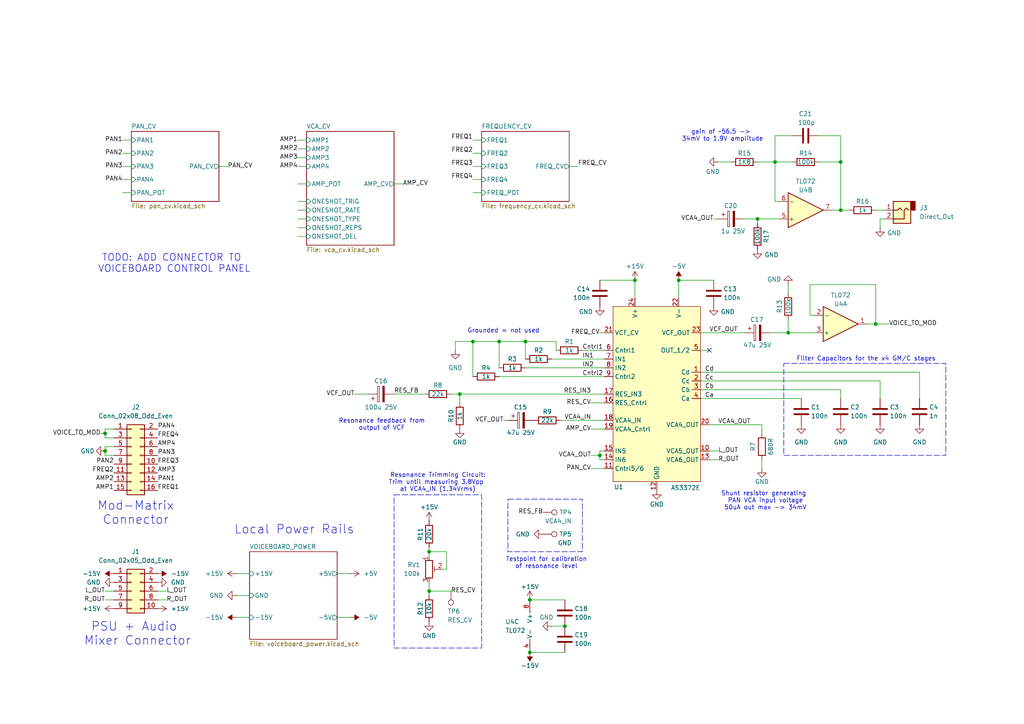
<source format=kicad_sch>
(kicad_sch (version 20231120) (generator "eeschema") (generator_version "8.0")
  (paper "A4")
  (title_block (title "Solstrejf Voiceboard") (date "2024-08-24") (rev "1.0"))
  (lib_symbols
    (symbol "Amplifier_Operational:TL072" (pin_names (offset 0.127))
      (property "Reference" "U" (at 0 5.08 0))
      (property "Value" "TL072" (at 0 -5.08 0))
      (symbol "TL072_1_1"
        (polyline (pts (xy -5.08 5.08) (xy 5.08 0) (xy -5.08 -5.08) (xy -5.08 5.08)) (stroke (width 0.254)) (fill (type background)))
        (pin output line (at 7.62 0 180) (length 2.54) (name "~") (number "1"))
        (pin input line (at -7.62 -2.54 0) (length 2.54) (name "-") (number "2"))
        (pin input line (at -7.62 2.54 0) (length 2.54) (name "+") (number "3"))
      )
      (symbol "TL072_2_1"
        (polyline (pts (xy -5.08 5.08) (xy 5.08 0) (xy -5.08 -5.08) (xy -5.08 5.08)) (stroke (width 0.254)) (fill (type background)))
        (pin input line (at -7.62 2.54 0) (length 2.54) (name "+") (number "5"))
        (pin input line (at -7.62 -2.54 0) (length 2.54) (name "-") (number "6"))
        (pin output line (at 7.62 0 180) (length 2.54) (name "~") (number "7"))
      )
      (symbol "TL072_3_1"
        (pin power_in line (at -2.54 -7.62 90) (length 3.81) (name "V-") (number "4"))
        (pin power_in line (at -2.54 7.62 270) (length 3.81) (name "V+") (number "8"))
      )
    )
    (symbol "Connector:TestPoint" (pin_numbers hide) (pin_names (offset 0.762) hide)
      (property "Reference" "TP" (at 0 6.858 0))
      (property "Value" "TestPoint" (at 0 5.08 0))
      (symbol "TestPoint_0_1"
        (circle (center 0 3.302) (radius 0.762))
      )
      (symbol "TestPoint_1_1"
        (pin passive line (at 0 0 90) (length 2.54) (name "1") (number "1"))
      )
    )
    (symbol "Connector_Audio:AudioJack2"
      (property "Reference" "J3" (at -5.08 -0.6351 0))
      (property "Value" "AudioJack2" (at -5.08 1.9049 0))
      (symbol "AudioJack2_0_1"
        (rectangle (start -3.81 0) (end -2.54 -2.54) (stroke (width 0.254)) (fill (type outline)))
        (rectangle (start -2.54 3.81) (end 2.54 -2.54) (stroke (width 0.254)) (fill (type background)))
        (polyline (pts (xy 0 0) (xy 0.635 -0.635) (xy 1.27 0) (xy 2.54 0)) (stroke (width 0.254)))
        (polyline (pts (xy 2.54 2.54) (xy -0.635 2.54) (xy -0.635 0) (xy -1.27 -0.635) (xy -1.905 0)) (stroke (width 0.254)))
      )
      (symbol "AudioJack2_1_1"
        (pin passive line (at 5.08 0 180) (length 2.54) (name "~") (number "1"))
        (pin passive line (at 5.08 2.54 180) (length 2.54) (name "~") (number "2"))
      )
    )
    (symbol "Connector_Generic:Conn_02x05_Odd_Even" (pin_names (offset 1.016) hide)
      (property "Reference" "J" (at 1.27 7.62 0))
      (property "Value" "Conn_02x05_Odd_Even" (at 1.27 -7.62 0))
      (symbol "Conn_02x05_Odd_Even_1_1"
        (rectangle (start -1.27 -4.953) (end 0 -5.207) (stroke (width 0.1524)))
        (rectangle (start -1.27 -2.413) (end 0 -2.667) (stroke (width 0.1524)))
        (rectangle (start -1.27 0.127) (end 0 -0.127) (stroke (width 0.1524)))
        (rectangle (start -1.27 2.667) (end 0 2.413) (stroke (width 0.1524)))
        (rectangle (start -1.27 5.207) (end 0 4.953) (stroke (width 0.1524)))
        (rectangle (start -1.27 6.35) (end 3.81 -6.35) (stroke (width 0.254)) (fill (type background)))
        (rectangle (start 3.81 -4.953) (end 2.54 -5.207) (stroke (width 0.1524)))
        (rectangle (start 3.81 -2.413) (end 2.54 -2.667) (stroke (width 0.1524)))
        (rectangle (start 3.81 0.127) (end 2.54 -0.127) (stroke (width 0.1524)))
        (rectangle (start 3.81 2.667) (end 2.54 2.413) (stroke (width 0.1524)))
        (rectangle (start 3.81 5.207) (end 2.54 4.953) (stroke (width 0.1524)))
        (pin passive line (at -5.08 5.08 0) (length 3.81) (name "Pin_1") (number "1"))
        (pin passive line (at 7.62 -5.08 180) (length 3.81) (name "Pin_10") (number "10"))
        (pin passive line (at 7.62 5.08 180) (length 3.81) (name "Pin_2") (number "2"))
        (pin passive line (at -5.08 2.54 0) (length 3.81) (name "Pin_3") (number "3"))
        (pin passive line (at 7.62 2.54 180) (length 3.81) (name "Pin_4") (number "4"))
        (pin passive line (at -5.08 0 0) (length 3.81) (name "Pin_5") (number "5"))
        (pin passive line (at 7.62 0 180) (length 3.81) (name "Pin_6") (number "6"))
        (pin passive line (at -5.08 -2.54 0) (length 3.81) (name "Pin_7") (number "7"))
        (pin passive line (at 7.62 -2.54 180) (length 3.81) (name "Pin_8") (number "8"))
        (pin passive line (at -5.08 -5.08 0) (length 3.81) (name "Pin_9") (number "9"))
      )
    )
    (symbol "Connector_Generic:Conn_02x08_Odd_Even" (pin_names (offset 1.016) hide)
      (property "Reference" "J" (at 1.27 10.16 0))
      (property "Value" "Conn_02x08_Odd_Even" (at 1.27 -12.7 0))
      (symbol "Conn_02x08_Odd_Even_1_1"
        (rectangle (start -1.27 -10.033) (end 0 -10.287) (stroke (width 0.1524)))
        (rectangle (start -1.27 -7.493) (end 0 -7.747) (stroke (width 0.1524)))
        (rectangle (start -1.27 -4.953) (end 0 -5.207) (stroke (width 0.1524)))
        (rectangle (start -1.27 -2.413) (end 0 -2.667) (stroke (width 0.1524)))
        (rectangle (start -1.27 0.127) (end 0 -0.127) (stroke (width 0.1524)))
        (rectangle (start -1.27 2.667) (end 0 2.413) (stroke (width 0.1524)))
        (rectangle (start -1.27 5.207) (end 0 4.953) (stroke (width 0.1524)))
        (rectangle (start -1.27 7.747) (end 0 7.493) (stroke (width 0.1524)))
        (rectangle (start -1.27 8.89) (end 3.81 -11.43) (stroke (width 0.254)) (fill (type background)))
        (rectangle (start 3.81 -10.033) (end 2.54 -10.287) (stroke (width 0.1524)))
        (rectangle (start 3.81 -7.493) (end 2.54 -7.747) (stroke (width 0.1524)))
        (rectangle (start 3.81 -4.953) (end 2.54 -5.207) (stroke (width 0.1524)))
        (rectangle (start 3.81 -2.413) (end 2.54 -2.667) (stroke (width 0.1524)))
        (rectangle (start 3.81 0.127) (end 2.54 -0.127) (stroke (width 0.1524)))
        (rectangle (start 3.81 2.667) (end 2.54 2.413) (stroke (width 0.1524)))
        (rectangle (start 3.81 5.207) (end 2.54 4.953) (stroke (width 0.1524)))
        (rectangle (start 3.81 7.747) (end 2.54 7.493) (stroke (width 0.1524)))
        (pin passive line (at -5.08 7.62 0) (length 3.81) (name "Pin_1") (number "1"))
        (pin passive line (at 7.62 -2.54 180) (length 3.81) (name "Pin_10") (number "10"))
        (pin passive line (at -5.08 -5.08 0) (length 3.81) (name "Pin_11") (number "11"))
        (pin passive line (at 7.62 -5.08 180) (length 3.81) (name "Pin_12") (number "12"))
        (pin passive line (at -5.08 -7.62 0) (length 3.81) (name "Pin_13") (number "13"))
        (pin passive line (at 7.62 -7.62 180) (length 3.81) (name "Pin_14") (number "14"))
        (pin passive line (at -5.08 -10.16 0) (length 3.81) (name "Pin_15") (number "15"))
        (pin passive line (at 7.62 -10.16 180) (length 3.81) (name "Pin_16") (number "16"))
        (pin passive line (at 7.62 7.62 180) (length 3.81) (name "Pin_2") (number "2"))
        (pin passive line (at -5.08 5.08 0) (length 3.81) (name "Pin_3") (number "3"))
        (pin passive line (at 7.62 5.08 180) (length 3.81) (name "Pin_4") (number "4"))
        (pin passive line (at -5.08 2.54 0) (length 3.81) (name "Pin_5") (number "5"))
        (pin passive line (at 7.62 2.54 180) (length 3.81) (name "Pin_6") (number "6"))
        (pin passive line (at -5.08 0 0) (length 3.81) (name "Pin_7") (number "7"))
        (pin passive line (at 7.62 0 180) (length 3.81) (name "Pin_8") (number "8"))
        (pin passive line (at -5.08 -2.54 0) (length 3.81) (name "Pin_9") (number "9"))
      )
    )
    (symbol "Device:C" (pin_numbers hide) (pin_names (offset 0.254))
      (property "Reference" "C" (at 0.635 2.54 0))
      (property "Value" "C" (at 0.635 -2.54 0))
      (symbol "C_0_1"
        (polyline (pts (xy -2.032 -0.762) (xy 2.032 -0.762)) (stroke (width 0.508)))
        (polyline (pts (xy -2.032 0.762) (xy 2.032 0.762)) (stroke (width 0.508)))
      )
      (symbol "C_1_1"
        (pin passive line (at 0 3.81 270) (length 2.794) (name "~") (number "1"))
        (pin passive line (at 0 -3.81 90) (length 2.794) (name "~") (number "2"))
      )
    )
    (symbol "Device:C_Polarized" (pin_numbers hide) (pin_names (offset 0.254))
      (property "Reference" "C" (at 0.635 2.54 0))
      (property "Value" "C_Polarized" (at 0.635 -2.54 0))
      (symbol "C_Polarized_0_1"
        (rectangle (start -2.286 0.508) (end 2.286 1.016))
        (polyline (pts (xy -1.778 2.286) (xy -0.762 2.286)))
        (polyline (pts (xy -1.27 2.794) (xy -1.27 1.778)))
        (rectangle (start 2.286 -0.508) (end -2.286 -1.016) (fill (type outline)))
      )
      (symbol "C_Polarized_1_1"
        (pin passive line (at 0 3.81 270) (length 2.794) (name "~") (number "1"))
        (pin passive line (at 0 -3.81 90) (length 2.794) (name "~") (number "2"))
      )
    )
    (symbol "Device:R" (pin_numbers hide) (pin_names (offset 0))
      (property "Reference" "R" (at 2.032 0 90))
      (property "Value" "R" (at 0 0 90))
      (symbol "R_0_1"
        (rectangle (start -1.016 -2.54) (end 1.016 2.54) (stroke (width 0.254)))
      )
      (symbol "R_1_1"
        (pin passive line (at 0 3.81 270) (length 1.27) (name "~") (number "1"))
        (pin passive line (at 0 -3.81 90) (length 1.27) (name "~") (number "2"))
      )
    )
    (symbol "Device:R_Potentiometer_Trim" (pin_names (offset 1.016) hide)
      (property "Reference" "RV" (at -4.445 0 90))
      (property "Value" "R_Potentiometer_Trim" (at -2.54 0 90))
      (symbol "R_Potentiometer_Trim_0_1"
        (polyline (pts (xy 1.524 0.762) (xy 1.524 -0.762)))
        (polyline (pts (xy 2.54 0) (xy 1.524 0)))
        (rectangle (start 1.016 2.54) (end -1.016 -2.54) (stroke (width 0.254)))
      )
      (symbol "R_Potentiometer_Trim_1_1"
        (pin passive line (at 0 3.81 270) (length 1.27) (name "1") (number "1"))
        (pin passive line (at 3.81 0 180) (length 1.27) (name "2") (number "2"))
        (pin passive line (at 0 -3.81 90) (length 1.27) (name "3") (number "3"))
      )
    )
    (symbol "Kromftronics_Custom:AS3372E"
      (property "Reference" "U" (at -12.446 -26.67 0))
      (property "Value" "AS3372E" (at 3.81 -26.67 0))
      (symbol "AS3372E_1_1"
        (rectangle (start -12.7 25.4) (end 12.7 -25.4) (fill (type background)))
        (pin passive line (at 12.7 6.35 180) (length 2.54) (name "Cd") (number "1"))
        (pin output line (at 15.24 -16.51 180) (length 2.54) (name "VCA5_OUT") (number "10"))
        (pin input line (at -15.24 -21.59 0) (length 2.54) (name "Cntrl5/6") (number "11"))
        (pin power_in line (at 0 -27.94 90) (length 2.54) (name "GND") (number "12"))
        (pin output line (at 15.24 -19.05 180) (length 2.54) (name "VCA6_OUT") (number "13"))
        (pin input line (at -15.24 -19.05 0) (length 2.54) (name "IN6") (number "14"))
        (pin input line (at -15.24 -16.51 0) (length 2.54) (name "IN5") (number "15"))
        (pin input line (at -15.24 -2.54 0) (length 2.54) (name "RES_Cntrl") (number "16"))
        (pin input line (at -15.24 0 0) (length 2.54) (name "RES_IN3") (number "17"))
        (pin input line (at -15.24 -7.62 0) (length 2.54) (name "VCA4_IN") (number "18"))
        (pin input line (at -15.24 -10.16 0) (length 2.54) (name "VCA4_Cntrl") (number "19"))
        (pin passive line (at 12.7 3.81 180) (length 2.54) (name "Cc") (number "2"))
        (pin output line (at 15.24 -8.89 180) (length 2.54) (name "VCA4_OUT") (number "20"))
        (pin input line (at -15.24 17.78 0) (length 2.54) (name "VCF_CV") (number "21"))
        (pin power_in line (at 6.35 27.94 270) (length 2.54) (name "V-") (number "22"))
        (pin output line (at 12.7 17.78 180) (length 2.54) (name "VCF_OUT") (number "23"))
        (pin power_in line (at -6.35 27.94 270) (length 2.54) (name "V+") (number "24"))
        (pin passive line (at 12.7 1.27 180) (length 2.54) (name "Cb") (number "3"))
        (pin passive line (at 12.7 -1.27 180) (length 2.54) (name "Ca") (number "4"))
        (pin output line (at 12.7 12.7 180) (length 2.54) (name "OUT_1/2") (number "5"))
        (pin input line (at -15.24 12.7 0) (length 2.54) (name "Cntrl1") (number "6"))
        (pin input line (at -15.24 10.16 0) (length 2.54) (name "IN1") (number "7"))
        (pin input line (at -15.24 7.62 0) (length 2.54) (name "IN2") (number "8"))
        (pin input line (at -15.24 5.08 0) (length 2.54) (name "Cntrl2") (number "9"))
      )
    )
    (symbol "power:+15V" (power) (pin_numbers hide) (pin_names (offset 0) hide)
      (property "Value" "+15V" (at 0 3.556 0))
      (symbol "+15V_0_1"
        (polyline (pts (xy -0.762 1.27) (xy 0 2.54)))
        (polyline (pts (xy 0 0) (xy 0 2.54)))
        (polyline (pts (xy 0 2.54) (xy 0.762 1.27)))
      )
      (symbol "+15V_1_1"
        (pin power_in line (at 0 0 90) (length 0) (name "~") (number "1"))
      )
    )
    (symbol "power:+5V" (power) (pin_numbers hide) (pin_names (offset 0) hide)
      (property "Value" "+5V" (at 0 3.556 0))
      (symbol "+5V_0_1"
        (polyline (pts (xy -0.762 1.27) (xy 0 2.54)))
        (polyline (pts (xy 0 0) (xy 0 2.54)))
        (polyline (pts (xy 0 2.54) (xy 0.762 1.27)))
      )
      (symbol "+5V_1_1"
        (pin power_in line (at 0 0 90) (length 0) (name "~") (number "1"))
      )
    )
    (symbol "power:-15V" (power) (pin_numbers hide) (pin_names (offset 0) hide)
      (property "Value" "-15V" (at 0 3.556 0))
      (symbol "-15V_0_0"
        (pin power_in line (at 0 0 90) (length 0) (name "~") (number "1"))
      )
      (symbol "-15V_0_1"
        (polyline (pts (xy 0 0) (xy 0 1.27) (xy 0.762 1.27) (xy 0 2.54) (xy -0.762 1.27) (xy 0 1.27)) (fill (type outline)))
      )
    )
    (symbol "power:-5V" (power) (pin_numbers hide) (pin_names (offset 0) hide)
      (property "Value" "-5V" (at 0 3.556 0))
      (symbol "-5V_0_0"
        (pin power_in line (at 0 0 90) (length 0) (name "~") (number "1"))
      )
      (symbol "-5V_0_1"
        (polyline (pts (xy 0 0) (xy 0 1.27) (xy 0.762 1.27) (xy 0 2.54) (xy -0.762 1.27) (xy 0 1.27)) (fill (type outline)))
      )
    )
    (symbol "power:GND" (power) (pin_numbers hide) (pin_names (offset 0) hide)
      (property "Value" "GND" (at 0 -3.81 0))
      (symbol "GND_0_1"
        (polyline (pts (xy 0 0) (xy 0 -1.27) (xy 1.27 -1.27) (xy 0 -2.54) (xy -1.27 -1.27) (xy 0 -1.27)))
      )
      (symbol "GND_1_1"
        (pin power_in line (at 0 0 270) (length 0) (name "~") (number "1"))
      )
    )
  )
  (junction (at 144.78 99.06))
  (junction (at 254 93.98))
  (junction (at 30.48 125.73))
  (junction (at 163.83 181.61))
  (junction (at 153.67 189.23))
  (junction (at 173.99 132.08))
  (junction (at 243.84 60.96))
  (junction (at 152.4 99.06))
  (junction (at 224.79 46.99))
  (junction (at 243.84 46.99))
  (junction (at 124.46 171.45))
  (junction (at 133.35 114.3))
  (junction (at 153.67 173.99))
  (junction (at 184.15 81.28))
  (junction (at 228.6 96.52))
  (junction (at 137.16 99.06))
  (junction (at 196.85 81.28))
  (junction (at 30.48 130.81))
  (junction (at 124.46 160.02))
  (junction (at 219.71 63.5))
  (no_connect (at 205.74 101.6))
  (wire (pts (xy 237.49 46.99) (xy 243.84 46.99)))
  (wire (pts (xy 63.5 48.26) (xy 66.04 48.26)))
  (wire (pts (xy 137.16 48.26) (xy 139.7 48.26)))
  (wire (pts (xy 137.16 40.64) (xy 139.7 40.64)))
  (wire (pts (xy 144.78 99.06) (xy 144.78 106.68)))
  (wire (pts (xy 137.16 109.22) (xy 137.16 99.06)))
  (wire (pts (xy 144.78 109.22) (xy 175.26 109.22)))
  (wire (pts (xy 124.46 158.75) (xy 124.46 160.02)))
  (wire (pts (xy 30.48 132.08) (xy 33.02 132.08)))
  (wire (pts (xy 173.99 81.28) (xy 184.15 81.28)))
  (wire (pts (xy 208.28 46.99) (xy 212.09 46.99)))
  (wire (pts (xy 86.36 66.04) (xy 88.9 66.04)))
  (wire (pts (xy 223.52 96.52) (xy 228.6 96.52)))
  (wire (pts (xy 237.49 39.37) (xy 243.84 39.37)))
  (wire (pts (xy 224.79 46.99) (xy 224.79 39.37)))
  (wire (pts (xy 220.98 133.35) (xy 220.98 135.89)))
  (wire (pts (xy 133.35 114.3) (xy 133.35 116.84)))
  (wire (pts (xy 45.72 173.99) (xy 48.26 173.99)))
  (wire (pts (xy 205.74 133.35) (xy 208.28 133.35)))
  (wire (pts (xy 243.84 39.37) (xy 243.84 46.99)))
  (wire (pts (xy 168.91 101.6) (xy 175.26 101.6)))
  (wire (pts (xy 153.67 173.99) (xy 163.83 173.99)))
  (wire (pts (xy 130.81 114.3) (xy 133.35 114.3)))
  (wire (pts (xy 137.16 99.06) (xy 144.78 99.06)))
  (wire (pts (xy 132.08 99.06) (xy 137.16 99.06)))
  (wire (pts (xy 30.48 173.99) (xy 33.02 173.99)))
  (wire (pts (xy 196.85 86.36) (xy 196.85 81.28)))
  (wire (pts (xy 243.84 46.99) (xy 243.84 60.96)))
  (wire (pts (xy 137.16 52.07) (xy 139.7 52.07)))
  (wire (pts (xy 114.3 114.3) (xy 123.19 114.3)))
  (wire (pts (xy 114.3 53.34) (xy 116.84 53.34)))
  (wire (pts (xy 243.84 113.03) (xy 243.84 115.57)))
  (wire (pts (xy 35.56 48.26) (xy 38.1 48.26)))
  (wire (pts (xy 203.2 107.95) (xy 266.7 107.95)))
  (wire (pts (xy 68.58 166.37) (xy 72.39 166.37)))
  (wire (pts (xy 173.99 132.08) (xy 173.99 133.35)))
  (wire (pts (xy 35.56 55.88) (xy 38.1 55.88)))
  (wire (pts (xy 254 93.98) (xy 251.46 93.98)))
  (wire (pts (xy 203.2 113.03) (xy 243.84 113.03)))
  (wire (pts (xy 219.71 46.99) (xy 224.79 46.99)))
  (wire (pts (xy 102.87 114.3) (xy 106.68 114.3)))
  (wire (pts (xy 45.72 171.45) (xy 48.26 171.45)))
  (wire (pts (xy 224.79 46.99) (xy 229.87 46.99)))
  (wire (pts (xy 129.54 165.1) (xy 129.54 160.02)))
  (wire (pts (xy 124.46 160.02) (xy 129.54 160.02)))
  (wire (pts (xy 137.16 55.88) (xy 139.7 55.88)))
  (wire (pts (xy 86.36 45.72) (xy 88.9 45.72)))
  (wire (pts (xy 86.36 40.64) (xy 88.9 40.64)))
  (wire (pts (xy 161.29 99.06) (xy 161.29 101.6)))
  (wire (pts (xy 234.95 82.55) (xy 254 82.55)))
  (wire (pts (xy 207.01 63.5) (xy 208.28 63.5)))
  (wire (pts (xy 146.05 121.92) (xy 147.32 121.92)))
  (wire (pts (xy 234.95 91.44) (xy 234.95 82.55)))
  (wire (pts (xy 175.26 130.81) (xy 173.99 130.81)))
  (wire (pts (xy 162.56 121.92) (xy 175.26 121.92)))
  (wire (pts (xy 86.36 43.18) (xy 88.9 43.18)))
  (wire (pts (xy 266.7 107.95) (xy 266.7 115.57)))
  (wire (pts (xy 160.02 104.14) (xy 175.26 104.14)))
  (wire (pts (xy 35.56 40.64) (xy 38.1 40.64)))
  (wire (pts (xy 173.99 133.35) (xy 175.26 133.35)))
  (wire (pts (xy 220.98 123.19) (xy 220.98 125.73)))
  (wire (pts (xy 30.48 129.54) (xy 30.48 130.81)))
  (wire (pts (xy 97.79 166.37) (xy 101.6 166.37)))
  (wire (pts (xy 171.45 124.46) (xy 175.26 124.46)))
  (wire (pts (xy 215.9 63.5) (xy 219.71 63.5)))
  (wire (pts (xy 86.36 58.42) (xy 88.9 58.42)))
  (wire (pts (xy 133.35 114.3) (xy 175.26 114.3)))
  (wire (pts (xy 33.02 124.46) (xy 30.48 124.46)))
  (wire (pts (xy 30.48 124.46) (xy 30.48 125.73)))
  (wire (pts (xy 68.58 172.72) (xy 72.39 172.72)))
  (wire (pts (xy 171.45 132.08) (xy 173.99 132.08)))
  (wire (pts (xy 86.36 53.34) (xy 88.9 53.34)))
  (wire (pts (xy 173.99 96.52) (xy 175.26 96.52)))
  (wire (pts (xy 256.54 63.5) (xy 255.27 63.5)))
  (wire (pts (xy 205.74 130.81) (xy 208.28 130.81)))
  (wire (pts (xy 153.67 189.23) (xy 163.83 189.23)))
  (wire (pts (xy 171.45 135.89) (xy 175.26 135.89)))
  (wire (pts (xy 254 60.96) (xy 256.54 60.96)))
  (wire (pts (xy 86.36 68.58) (xy 88.9 68.58)))
  (wire (pts (xy 86.36 60.96) (xy 88.9 60.96)))
  (wire (pts (xy 30.48 125.73) (xy 30.48 127)))
  (wire (pts (xy 132.08 101.6) (xy 132.08 99.06)))
  (wire (pts (xy 128.27 165.1) (xy 129.54 165.1)))
  (wire (pts (xy 173.99 130.81) (xy 173.99 132.08)))
  (wire (pts (xy 236.22 91.44) (xy 234.95 91.44)))
  (wire (pts (xy 124.46 168.91) (xy 124.46 171.45)))
  (wire (pts (xy 226.06 58.42) (xy 224.79 58.42)))
  (wire (pts (xy 228.6 96.52) (xy 236.22 96.52)))
  (wire (pts (xy 203.2 110.49) (xy 255.27 110.49)))
  (wire (pts (xy 137.16 44.45) (xy 139.7 44.45)))
  (wire (pts (xy 184.15 81.28) (xy 184.15 86.36)))
  (wire (pts (xy 30.48 127) (xy 33.02 127)))
  (wire (pts (xy 152.4 106.68) (xy 175.26 106.68)))
  (wire (pts (xy 30.48 171.45) (xy 33.02 171.45)))
  (wire (pts (xy 228.6 92.71) (xy 228.6 96.52)))
  (wire (pts (xy 219.71 63.5) (xy 226.06 63.5)))
  (wire (pts (xy 255.27 63.5) (xy 255.27 66.04)))
  (wire (pts (xy 124.46 160.02) (xy 124.46 161.29)))
  (wire (pts (xy 203.2 101.6) (xy 205.74 101.6)))
  (wire (pts (xy 124.46 171.45) (xy 130.81 171.45)))
  (wire (pts (xy 171.45 116.84) (xy 175.26 116.84)))
  (wire (pts (xy 33.02 129.54) (xy 30.48 129.54)))
  (wire (pts (xy 124.46 171.45) (xy 124.46 172.72)))
  (wire (pts (xy 86.36 48.26) (xy 88.9 48.26)))
  (wire (pts (xy 97.79 179.07) (xy 101.6 179.07)))
  (wire (pts (xy 243.84 60.96) (xy 246.38 60.96)))
  (wire (pts (xy 203.2 96.52) (xy 215.9 96.52)))
  (wire (pts (xy 165.1 48.26) (xy 167.64 48.26)))
  (wire (pts (xy 68.58 179.07) (xy 72.39 179.07)))
  (wire (pts (xy 224.79 39.37) (xy 229.87 39.37)))
  (wire (pts (xy 205.74 123.19) (xy 220.98 123.19)))
  (wire (pts (xy 203.2 115.57) (xy 232.41 115.57)))
  (wire (pts (xy 152.4 99.06) (xy 161.29 99.06)))
  (wire (pts (xy 254 93.98) (xy 257.81 93.98)))
  (wire (pts (xy 160.02 181.61) (xy 163.83 181.61)))
  (wire (pts (xy 224.79 46.99) (xy 224.79 58.42)))
  (wire (pts (xy 228.6 82.55) (xy 228.6 85.09)))
  (wire (pts (xy 29.21 125.73) (xy 30.48 125.73)))
  (wire (pts (xy 255.27 110.49) (xy 255.27 115.57)))
  (wire (pts (xy 219.71 63.5) (xy 219.71 64.77)))
  (wire (pts (xy 243.84 60.96) (xy 241.3 60.96)))
  (wire (pts (xy 30.48 130.81) (xy 30.48 132.08)))
  (wire (pts (xy 254 82.55) (xy 254 93.98)))
  (wire (pts (xy 86.36 63.5) (xy 88.9 63.5)))
  (wire (pts (xy 35.56 44.45) (xy 38.1 44.45)))
  (wire (pts (xy 35.56 52.07) (xy 38.1 52.07)))
  (wire (pts (xy 196.85 81.28) (xy 207.01 81.28)))
  (wire (pts (xy 144.78 99.06) (xy 152.4 99.06)))
  (wire (pts (xy 152.4 99.06) (xy 152.4 104.14)))
  (rectangle (start 147.32 144.78) (end 168.91 160.02) (stroke (width 0) (type dash)))
  (rectangle (start 114.3 143.51) (end 139.7 187.96) (stroke (width 0) (type dash)))
  (rectangle (start 227.33 105.41) (end 274.32 132.08) (stroke (width 0) (type dash)))
  (text "Resonance feedback from\noutput of VCF" (at 110.744 123.19 0) (effects (font (size 1.27 1.27))))
  (text "Shunt resistor generating \nPAN VCA input voltage\n50uA out max -> 34mV" (at 221.996 145.288 0) (effects (font (size 1.27 1.27))))
  (text "Grounded = not used" (at 146.05 96.012 0) (effects (font (size 1.27 1.27))))
  (text "gain of ~56.5 -> \n34mV to 1.9V amplitude" (at 209.55 39.37 0) (effects (font (size 1.27 1.27))))
  (text "Mod-Matrix\nConnector" (at 39.37 148.844 0) (effects (font (size 2.54 2.54))))
  (text "PSU + Audio \nMixer Connector" (at 39.878 183.896 0) (effects (font (size 2.54 2.54))))
  (text "Local Power Rails" (at 85.344 153.67 0) (effects (font (size 2.54 2.54))))
  (text "Testpoint for calibration\nof resonance level" (at 158.496 163.322 0) (effects (font (size 1.27 1.27))))
  (text "Filter Capacitors for the x4 GM/C stages" (at 251.206 104.14 0) (effects (font (size 1.27 1.27))))
  (text "Resonance Trimming Circuit:\nTrim until measuring 3.8Vpp \nat VCA4_IN (1.34Vrms)" (at 127 139.954 0) (effects (font (size 1.27 1.27))))
  (text "TODO: ADD CONNECTOR TO \nVOICEBOARD CONTROL PANEL" (at 50.546 76.454 0) (effects (font (size 2 2))))
  (label "PAN3" (at 45.72 132.08 0))
  (label "PAN3" (at 35.56 48.26 180))
  (label "PAN_CV" (at 66.04 48.26 0))
  (label "Cb" (at 204.47 113.03 0))
  (label "L_OUT" (at 208.28 130.81 0))
  (label "VCA4_OUT" (at 171.45 132.08 180))
  (label "Cd" (at 204.47 107.95 0))
  (label "IN2" (at 168.91 106.68 0))
  (label "FREQ3" (at 137.16 48.26 180))
  (label "AMP2" (at 33.02 139.7 180))
  (label "FREQ1" (at 137.16 40.64 180))
  (label "Ca" (at 204.47 115.57 0))
  (label "PAN2" (at 35.56 44.45 180))
  (label "AMP1" (at 33.02 142.24 180))
  (label "AMP2" (at 86.36 43.18 180))
  (label "IN1" (at 168.91 104.14 0))
  (label "R_OUT" (at 30.48 173.99 180))
  (label "VCA4_OUT" (at 207.01 63.5 180))
  (label "FREQ_CV" (at 173.99 96.52 180))
  (label "R_OUT" (at 48.26 173.99 0))
  (label "VCF_OUT" (at 146.05 121.92 180))
  (label "FREQ4" (at 45.72 127 0))
  (label "PAN1" (at 35.56 40.64 180))
  (label "AMP3" (at 86.36 45.72 180))
  (label "AMP1" (at 86.36 40.64 180))
  (label "L_OUT" (at 48.26 171.45 0))
  (label "FREQ4" (at 137.16 52.07 180))
  (label "AMP_CV" (at 171.45 124.46 180))
  (label "L_OUT" (at 30.48 171.45 180))
  (label "AMP3" (at 45.72 137.16 0))
  (label "RES_FB" (at 114.3 114.3 0))
  (label "FREQ2" (at 137.16 44.45 180))
  (label "R_OUT" (at 208.28 133.35 0))
  (label "VCA4_IN" (at 171.45 121.92 180))
  (label "FREQ_CV" (at 167.64 48.26 0))
  (label "FREQ1" (at 45.72 142.24 0))
  (label "RES_IN3" (at 171.45 114.3 180))
  (label "PAN2" (at 33.02 134.62 180))
  (label "RES_FB" (at 157.48 148.59 180))
  (label "Cntrl2" (at 168.91 109.22 0))
  (label "FREQ3" (at 45.72 134.62 0))
  (label "Cc" (at 204.47 110.49 0))
  (label "VOICE_TO_MOD" (at 257.81 93.98 0))
  (label "PAN1" (at 45.72 139.7 0))
  (label "AMP4" (at 45.72 129.54 0))
  (label "VCF_OUT" (at 102.87 114.3 180))
  (label "Cntrl1" (at 168.91 101.6 0))
  (label "FREQ2" (at 33.02 137.16 180))
  (label "RES_CV" (at 171.45 116.84 180))
  (label "PAN4" (at 45.72 124.46 0))
  (label "VOICE_TO_MOD" (at 29.21 125.73 180))
  (label "PAN4" (at 35.56 52.07 180))
  (label "VCF_OUT" (at 205.74 96.52 0))
  (label "RES_CV" (at 130.81 171.45 0))
  (label "VCA4_OUT" (at 208.28 123.19 0))
  (label "AMP4" (at 86.36 48.26 180))
  (label "AMP_CV" (at 116.84 53.34 0))
  (label "PAN_CV" (at 171.45 135.89 180))
  (symbol (lib_id "Device:R") (at 228.6 88.9 180) (unit 1)
    (property "Reference" "R13" (at 226.06 88.9 90))
    (property "Value" "100k" (at 228.6 88.9 90))
    (property "Footprint" "Resistor_THT:R_Axial_DIN0207_L6.3mm_D2.5mm_P10.16mm_Horizontal" (effects (hide yes)))
    (property "Description" "Resistor" (effects (hide yes)))
  )
  (symbol (lib_id "power:-5V") (at 101.6 179.07 270) (unit 1)
    (property "Reference" "#PWR012" (effects (hide yes)))
    (property "Value" "-5V" (at 105.41 179.0699 90) (effects (justify left)))
    (property "Description" "Power symbol creates a global label with name \"-5V\"" (effects (hide yes)))
  )
  (symbol (lib_id "Device:R") (at 250.19 60.96 90) (unit 1)
    (property "Reference" "R16" (at 250.19 58.42 90))
    (property "Value" "1k" (at 250.19 60.96 90))
    (property "Footprint" "Resistor_THT:R_Axial_DIN0207_L6.3mm_D2.5mm_P10.16mm_Horizontal" (effects (hide yes)))
    (property "Description" "Resistor" (effects (hide yes)))
  )
  (symbol (lib_id "power:GND") (at 30.48 130.81 270) (unit 1)
    (property "Reference" "#PWR028" (effects (hide yes)))
    (property "Value" "GND" (at 27.432 130.81 90) (effects (justify right)))
    (property "Description" "Power symbol creates a global label with name \"GND\" , ground" (effects (hide yes)))
  )
  (symbol (lib_id "Device:C") (at 173.99 85.09 0) (mirror y) (unit 1)
    (property "Reference" "C14" (at 171.196 83.82 0) (effects (justify left)))
    (property "Value" "100n" (at 171.196 86.36 0) (effects (justify left)))
    (property "Footprint" "Capacitor_THT:C_Disc_D5.0mm_W2.5mm_P5.00mm" (effects (hide yes)))
    (property "Description" "Unpolarized capacitor" (effects (hide yes)))
  )
  (symbol (lib_id "Device:R") (at 133.35 120.65 180) (unit 1)
    (property "Reference" "R10" (at 130.81 120.65 90))
    (property "Value" "1k" (at 133.35 120.65 90))
    (property "Footprint" "Resistor_THT:R_Axial_DIN0207_L6.3mm_D2.5mm_P10.16mm_Horizontal" (effects (hide yes)))
    (property "Description" "Resistor" (effects (hide yes)))
  )
  (symbol (lib_id "Device:R") (at 220.98 129.54 180) (unit 1)
    (property "Reference" "R7" (at 218.44 129.54 90))
    (property "Value" "680R" (at 223.52 129.54 90))
    (property "Footprint" "Resistor_THT:R_Axial_DIN0207_L6.3mm_D2.5mm_P10.16mm_Horizontal" (effects (hide yes)))
    (property "Description" "Resistor" (effects (hide yes)))
  )
  (symbol (lib_id "power:GND") (at 173.99 88.9 0) (mirror y) (unit 1)
    (property "Reference" "#PWR020" (effects (hide yes)))
    (property "Value" "GND" (at 169.926 90.424 0))
    (property "Description" "Power symbol creates a global label with name \"GND\" , ground" (effects (hide yes)))
  )
  (symbol (lib_id "power:GND") (at 243.84 123.19 0) (unit 1)
    (property "Reference" "#PWR03" (effects (hide yes)))
    (property "Value" "GND" (at 243.84 128.27 0))
    (property "Description" "Power symbol creates a global label with name \"GND\" , ground" (effects (hide yes)))
  )
  (symbol (lib_id "power:GND") (at 33.02 168.91 270) (unit 1)
    (property "Reference" "#PWR017" (effects (hide yes)))
    (property "Value" "GND" (at 29.21 168.9099 90) (effects (justify right)))
    (property "Description" "Power symbol creates a global label with name \"GND\" , ground" (effects (hide yes)))
  )
  (symbol (lib_id "power:-15V") (at 153.67 189.23 180) (unit 1)
    (property "Reference" "#PWR031" (effects (hide yes)))
    (property "Value" "-15V" (at 153.67 193.04 0))
    (property "Description" "Power symbol creates a global label with name \"-15V\"" (effects (hide yes)))
  )
  (symbol (lib_id "Device:R") (at 124.46 176.53 180) (unit 1)
    (property "Reference" "R12" (at 121.92 176.53 90))
    (property "Value" "10k" (at 124.46 176.53 90))
    (property "Footprint" "Resistor_THT:R_Axial_DIN0207_L6.3mm_D2.5mm_P10.16mm_Horizontal" (effects (hide yes)))
    (property "Description" "Resistor" (effects (hide yes)))
  )
  (symbol (lib_id "power:GND") (at 232.41 123.19 0) (unit 1)
    (property "Reference" "#PWR02" (effects (hide yes)))
    (property "Value" "GND" (at 232.41 128.27 0))
    (property "Description" "Power symbol creates a global label with name \"GND\" , ground" (effects (hide yes)))
  )
  (symbol (lib_id "power:GND") (at 255.27 123.19 0) (unit 1)
    (property "Reference" "#PWR04" (effects (hide yes)))
    (property "Value" "GND" (at 255.27 128.27 0))
    (property "Description" "Power symbol creates a global label with name \"GND\" , ground" (effects (hide yes)))
  )
  (symbol (lib_id "power:+15V") (at 68.58 166.37 90) (unit 1)
    (property "Reference" "#PWR09" (effects (hide yes)))
    (property "Value" "+15V" (at 64.77 166.3699 90) (effects (justify left)))
    (property "Description" "Power symbol creates a global label with name \"+15V\"" (effects (hide yes)))
  )
  (symbol (lib_id "Device:R") (at 148.59 106.68 90) (unit 1)
    (property "Reference" "R3" (at 148.59 104.14 90))
    (property "Value" "1k" (at 148.59 106.68 90))
    (property "Footprint" "Resistor_THT:R_Axial_DIN0207_L6.3mm_D2.5mm_P10.16mm_Horizontal" (effects (hide yes)))
    (property "Description" "Resistor" (effects (hide yes)))
  )
  (symbol (lib_id "Connector:TestPoint") (at 130.81 171.45 180) (unit 1)
    (property "Reference" "TP6" (at 129.794 177.292 0) (effects (justify right)))
    (property "Value" "RES_CV" (at 129.794 179.832 0) (effects (justify right)))
    (property "Footprint" "TestPoint:TestPoint_Loop_D2.50mm_Drill1.0mm" (effects (hide yes)))
    (property "Description" "test point" (effects (hide yes)))
  )
  (symbol (lib_id "Device:C") (at 207.01 85.09 0) (unit 1)
    (property "Reference" "C13" (at 209.804 83.82 0) (effects (justify left)))
    (property "Value" "100n" (at 209.804 86.36 0) (effects (justify left)))
    (property "Footprint" "Capacitor_THT:C_Disc_D5.0mm_W2.5mm_P5.00mm" (effects (hide yes)))
    (property "Description" "Unpolarized capacitor" (effects (hide yes)))
  )
  (symbol (lib_id "Amplifier_Operational:TL072") (at 156.21 181.61 0) (unit 3)
    (property "Reference" "U4" (at 146.558 180.34 0) (effects (justify left)))
    (property "Value" "TL072" (at 146.558 182.88 0) (effects (justify left)))
    (property "Footprint" "Package_DIP:DIP-8_W7.62mm_Socket" (effects (hide yes)))
    (property "Datasheet" "http://www.ti.com/lit/ds/symlink/tl071.pdf" (effects (hide yes)))
    (property "Description" "Dual Low-Noise JFET-Input Operational Amplifiers, DIP-8/SOIC-8" (effects (hide yes)))
  )
  (symbol (lib_id "Device:R") (at 124.46 154.94 180) (unit 1)
    (property "Reference" "R11" (at 121.92 154.94 90))
    (property "Value" "20k" (at 124.46 154.94 90))
    (property "Footprint" "Resistor_THT:R_Axial_DIN0207_L6.3mm_D2.5mm_P10.16mm_Horizontal" (effects (hide yes)))
    (property "Description" "Resistor" (effects (hide yes)))
  )
  (symbol (lib_id "Device:C") (at 255.27 119.38 0) (unit 1)
    (property "Reference" "C3" (at 258.064 118.11 0) (effects (justify left)))
    (property "Value" "100n" (at 258.064 120.65 0) (effects (justify left)))
    (property "Footprint" "Capacitor_THT:C_Disc_D5.0mm_W2.5mm_P5.00mm" (effects (hide yes)))
    (property "Description" "Unpolarized capacitor" (effects (hide yes)))
  )
  (symbol (lib_id "Connector_Generic:Conn_02x05_Odd_Even") (at 38.1 171.45 0) (unit 1)
    (property "Reference" "J1" (at 39.37 160.02 0))
    (property "Value" "Conn_02x05_Odd_Even" (at 39.37 162.56 0))
    (property "Footprint" "Connector_IDC:IDC-Header_2x05_P2.54mm_Vertical" (effects (hide yes)))
    (property "Description" "Generic connector, double row, 02x05, odd/even pin numbering scheme (row 1 odd numbers, row 2 even numbers), script generated (kicad-library-utils/schlib/autogen/connector/)" (effects (hide yes)))
  )
  (symbol (lib_id "power:-15V") (at 45.72 166.37 270) (unit 1)
    (property "Reference" "#PWR014" (effects (hide yes)))
    (property "Value" "-15V" (at 49.53 166.3699 90) (effects (justify left)))
    (property "Description" "Power symbol creates a global label with name \"-15V\"" (effects (hide yes)))
  )
  (symbol (lib_id "power:GND") (at 160.02 181.61 270) (unit 1)
    (property "Reference" "#PWR032" (effects (hide yes)))
    (property "Value" "GND" (at 160.528 179.07 90) (effects (justify right)))
    (property "Description" "Power symbol creates a global label with name \"GND\" , ground" (effects (hide yes)))
  )
  (symbol (lib_id "power:GND") (at 220.98 135.89 0) (unit 1)
    (property "Reference" "#PWR023" (effects (hide yes)))
    (property "Value" "GND" (at 220.98 139.7 0))
    (property "Description" "Power symbol creates a global label with name \"GND\" , ground" (effects (hide yes)))
  )
  (symbol (lib_id "power:GND") (at 207.01 88.9 0) (unit 1)
    (property "Reference" "#PWR019" (effects (hide yes)))
    (property "Value" "GND" (at 211.074 90.424 0))
    (property "Description" "Power symbol creates a global label with name \"GND\" , ground" (effects (hide yes)))
  )
  (symbol (lib_id "Device:R") (at 127 114.3 90) (unit 1)
    (property "Reference" "R8" (at 127 111.76 90))
    (property "Value" "22k" (at 127 114.3 90))
    (property "Footprint" "Resistor_THT:R_Axial_DIN0207_L6.3mm_D2.5mm_P10.16mm_Horizontal" (effects (hide yes)))
    (property "Description" "Resistor" (effects (hide yes)))
  )
  (symbol (lib_id "power:GND") (at 68.58 172.72 270) (unit 1)
    (property "Reference" "#PWR08" (effects (hide yes)))
    (property "Value" "GND" (at 64.77 172.7199 90) (effects (justify right)))
    (property "Description" "Power symbol creates a global label with name \"GND\" , ground" (effects (hide yes)))
  )
  (symbol (lib_id "Device:C") (at 163.83 185.42 0) (unit 1)
    (property "Reference" "C19" (at 166.624 184.15 0) (effects (justify left)))
    (property "Value" "100n" (at 166.624 186.69 0) (effects (justify left)))
    (property "Footprint" "Capacitor_THT:C_Disc_D5.0mm_W2.5mm_P5.00mm" (effects (hide yes)))
    (property "Description" "Unpolarized capacitor" (effects (hide yes)))
  )
  (symbol (lib_id "Device:C") (at 163.83 177.8 0) (unit 1)
    (property "Reference" "C18" (at 166.624 176.53 0) (effects (justify left)))
    (property "Value" "100n" (at 166.624 179.07 0) (effects (justify left)))
    (property "Footprint" "Capacitor_THT:C_Disc_D5.0mm_W2.5mm_P5.00mm" (effects (hide yes)))
    (property "Description" "Unpolarized capacitor" (effects (hide yes)))
  )
  (symbol (lib_id "power:GND") (at 132.08 101.6 0) (unit 1)
    (property "Reference" "#PWR06" (effects (hide yes)))
    (property "Value" "GND" (at 132.08 106.68 0))
    (property "Description" "Power symbol creates a global label with name \"GND\" , ground" (effects (hide yes)))
  )
  (symbol (lib_id "power:GND") (at 124.46 180.34 0) (unit 1)
    (property "Reference" "#PWR026" (effects (hide yes)))
    (property "Value" "GND" (at 124.46 184.404 0))
    (property "Description" "Power symbol creates a global label with name \"GND\" , ground" (effects (hide yes)))
  )
  (symbol (lib_id "Connector_Audio:AudioJack2") (at 261.62 60.96 180) (unit 1)
    (property "Reference" "J3" (at 266.7 60.3249 0) (effects (justify right)))
    (property "Value" "Direct_Out" (at 266.7 62.8649 0) (effects (justify right)))
    (property "Footprint" "Connector_PinHeader_2.54mm:PinHeader_1x02_P2.54mm_Vertical" (effects (hide yes)))
    (property "Description" "Audio Jack, 2 Poles (Mono / TS)" (effects (hide yes)))
  )
  (symbol (lib_id "power:GND") (at 228.6 82.55 180) (unit 1)
    (property "Reference" "#PWR029" (effects (hide yes)))
    (property "Value" "GND" (at 224.536 81.026 0))
    (property "Description" "Power symbol creates a global label with name \"GND\" , ground" (effects (hide yes)))
  )
  (symbol (lib_id "power:+15V") (at 33.02 176.53 90) (unit 1)
    (property "Reference" "#PWR015" (effects (hide yes)))
    (property "Value" "+15V" (at 29.21 176.5299 90) (effects (justify left)))
    (property "Description" "Power symbol creates a global label with name \"+15V\"" (effects (hide yes)))
  )
  (symbol (lib_id "Connector:TestPoint") (at 157.48 148.59 270) (unit 1)
    (property "Reference" "TP4" (at 165.862 148.59 90) (effects (justify right)))
    (property "Value" "VCA4_IN" (at 165.862 151.13 90) (effects (justify right)))
    (property "Footprint" "TestPoint:TestPoint_Loop_D2.50mm_Drill1.0mm" (effects (hide yes)))
    (property "Description" "test point" (effects (hide yes)))
  )
  (symbol (lib_id "Device:C_Polarized") (at 212.09 63.5 90) (mirror x) (unit 1)
    (property "Reference" "C20" (at 213.868 59.69 90) (effects (justify left)))
    (property "Value" "1u 25V" (at 216.154 67.056 90) (effects (justify left)))
    (property "Footprint" "Capacitor_THT:CP_Radial_D5.0mm_P2.50mm" (effects (hide yes)))
    (property "Description" "Polarized capacitor" (effects (hide yes)))
  )
  (symbol (lib_id "power:GND") (at 157.48 154.94 270) (unit 1)
    (property "Reference" "#PWR025" (effects (hide yes)))
    (property "Value" "GND" (at 153.67 154.9399 90) (effects (justify right)))
    (property "Description" "Power symbol creates a global label with name \"GND\" , ground" (effects (hide yes)))
  )
  (symbol (lib_id "Device:C_Polarized") (at 110.49 114.3 90) (unit 1)
    (property "Reference" "C16" (at 110.49 110.49 90))
    (property "Value" "100u 25V" (at 110.49 118.11 90))
    (property "Footprint" "Capacitor_THT:CP_Radial_D6.3mm_P2.50mm" (effects (hide yes)))
    (property "Description" "Polarized capacitor" (effects (hide yes)))
  )
  (symbol (lib_id "power:GND") (at 133.35 124.46 0) (unit 1)
    (property "Reference" "#PWR024" (effects (hide yes)))
    (property "Value" "GND" (at 133.35 128.27 0))
    (property "Description" "Power symbol creates a global label with name \"GND\" , ground" (effects (hide yes)))
  )
  (symbol (lib_id "Device:C_Polarized") (at 219.71 96.52 90) (mirror x) (unit 1)
    (property "Reference" "C17" (at 221.488 92.71 90) (effects (justify left)))
    (property "Value" "47u 25V" (at 223.774 100.076 90) (effects (justify left)))
    (property "Footprint" "Capacitor_THT:CP_Radial_D5.0mm_P2.50mm" (effects (hide yes)))
    (property "Description" "Polarized capacitor" (effects (hide yes)))
  )
  (symbol (lib_id "Amplifier_Operational:TL072") (at 233.68 60.96 0) (mirror x) (unit 2)
    (property "Reference" "U4" (at 233.68 55.118 0))
    (property "Value" "TL072" (at 233.68 52.578 0))
    (property "Footprint" "Package_DIP:DIP-8_W7.62mm_Socket" (effects (hide yes)))
    (property "Datasheet" "http://www.ti.com/lit/ds/symlink/tl071.pdf" (effects (hide yes)))
    (property "Description" "Dual Low-Noise JFET-Input Operational Amplifiers, DIP-8/SOIC-8" (effects (hide yes)))
  )
  (symbol (lib_id "power:GND") (at 219.71 72.39 0) (unit 1)
    (property "Reference" "#PWR035" (effects (hide yes)))
    (property "Value" "GND" (at 223.774 73.914 0))
    (property "Description" "Power symbol creates a global label with name \"GND\" , ground" (effects (hide yes)))
  )
  (symbol (lib_id "power:GND") (at 266.7 123.19 0) (unit 1)
    (property "Reference" "#PWR05" (effects (hide yes)))
    (property "Value" "GND" (at 266.7 128.27 0))
    (property "Description" "Power symbol creates a global label with name \"GND\" , ground" (effects (hide yes)))
  )
  (symbol (lib_id "power:+15V") (at 184.15 81.28 0) (unit 1)
    (property "Reference" "#PWR021" (effects (hide yes)))
    (property "Value" "+15V" (at 184.15 77.216 0))
    (property "Description" "Power symbol creates a global label with name \"+15V\"" (effects (hide yes)))
  )
  (symbol (lib_id "power:-15V") (at 68.58 179.07 90) (unit 1)
    (property "Reference" "#PWR010" (effects (hide yes)))
    (property "Value" "-15V" (at 64.77 179.0699 90) (effects (justify left)))
    (property "Description" "Power symbol creates a global label with name \"-15V\"" (effects (hide yes)))
  )
  (symbol (lib_id "Connector:TestPoint") (at 157.48 154.94 270) (unit 1)
    (property "Reference" "TP5" (at 165.862 154.94 90) (effects (justify right)))
    (property "Value" "GND" (at 165.862 157.48 90) (effects (justify right)))
    (property "Footprint" "TestPoint:TestPoint_Loop_D2.50mm_Drill1.0mm" (effects (hide yes)))
    (property "Description" "test point" (effects (hide yes)))
  )
  (symbol (lib_id "power:GND") (at 190.5 142.24 0) (unit 1)
    (property "Reference" "#PWR01" (effects (hide yes)))
    (property "Value" "GND" (at 190.5 146.304 0))
    (property "Description" "Power symbol creates a global label with name \"GND\" , ground" (effects (hide yes)))
  )
  (symbol (lib_id "Device:R") (at 233.68 46.99 90) (unit 1)
    (property "Reference" "R14" (at 233.68 44.45 90))
    (property "Value" "100k" (at 233.68 46.99 90))
    (property "Footprint" "Resistor_THT:R_Axial_DIN0207_L6.3mm_D2.5mm_P10.16mm_Horizontal" (effects (hide yes)))
    (property "Description" "Resistor" (effects (hide yes)))
  )
  (symbol (lib_id "Device:C") (at 233.68 39.37 90) (unit 1)
    (property "Reference" "C21" (at 231.648 33.02 90) (effects (justify right)))
    (property "Value" "100p" (at 231.394 35.56 90) (effects (justify right)))
    (property "Footprint" "Capacitor_THT:C_Disc_D5.0mm_W2.5mm_P5.00mm" (effects (hide yes)))
    (property "Description" "Unpolarized capacitor" (effects (hide yes)))
  )
  (symbol (lib_id "Device:R") (at 215.9 46.99 90) (unit 1)
    (property "Reference" "R15" (at 215.9 44.45 90))
    (property "Value" "1K8" (at 215.9 46.99 90))
    (property "Footprint" "Resistor_THT:R_Axial_DIN0207_L6.3mm_D2.5mm_P10.16mm_Horizontal" (effects (hide yes)))
    (property "Description" "Resistor" (effects (hide yes)))
  )
  (symbol (lib_id "Device:R") (at 158.75 121.92 90) (unit 1)
    (property "Reference" "R9" (at 158.75 119.38 90))
    (property "Value" "22k" (at 158.75 121.92 90))
    (property "Footprint" "Resistor_THT:R_Axial_DIN0207_L6.3mm_D2.5mm_P10.16mm_Horizontal" (effects (hide yes)))
    (property "Description" "Resistor" (effects (hide yes)))
  )
  (symbol (lib_id "Device:C_Polarized") (at 151.13 121.92 90) (mirror x) (unit 1)
    (property "Reference" "C15" (at 152.908 118.11 90) (effects (justify left)))
    (property "Value" "47u 25V" (at 155.194 125.476 90) (effects (justify left)))
    (property "Footprint" "Capacitor_THT:CP_Radial_D5.0mm_P2.50mm" (effects (hide yes)))
    (property "Description" "Polarized capacitor" (effects (hide yes)))
  )
  (symbol (lib_id "Device:R") (at 219.71 68.58 0) (unit 1)
    (property "Reference" "R17" (at 222.25 68.58 90))
    (property "Value" "100k" (at 219.71 68.58 90))
    (property "Footprint" "Resistor_THT:R_Axial_DIN0207_L6.3mm_D2.5mm_P10.16mm_Horizontal" (effects (hide yes)))
    (property "Description" "Resistor" (effects (hide yes)))
  )
  (symbol (lib_id "power:+15V") (at 153.67 173.99 0) (unit 1)
    (property "Reference" "#PWR030" (effects (hide yes)))
    (property "Value" "+15V" (at 153.67 170.18 0))
    (property "Description" "Power symbol creates a global label with name \"+15V\"" (effects (hide yes)))
  )
  (symbol (lib_id "power:-15V") (at 33.02 166.37 90) (unit 1)
    (property "Reference" "#PWR013" (effects (hide yes)))
    (property "Value" "-15V" (at 29.21 166.3699 90) (effects (justify left)))
    (property "Description" "Power symbol creates a global label with name \"-15V\"" (effects (hide yes)))
  )
  (symbol (lib_id "power:+15V") (at 45.72 176.53 270) (unit 1)
    (property "Reference" "#PWR016" (effects (hide yes)))
    (property "Value" "+15V" (at 49.53 176.5299 90) (effects (justify left)))
    (property "Description" "Power symbol creates a global label with name \"+15V\"" (effects (hide yes)))
  )
  (symbol (lib_id "Kromftronics_Custom:AS3372E") (at 190.5 114.3 0) (unit 1)
    (property "Reference" "U1" (at 178.054 141.224 0) (effects (justify left)))
    (property "Value" "AS3372E" (at 194.564 141.478 0) (effects (justify left)))
    (property "Footprint" "Package_DIP:DIP-24_W7.62mm_Socket" (effects (hide yes)))
    (property "Datasheet" "https://alfarzpp.lv/eng/sc/AS3372E.pdf" (effects (hide yes)))
    (property "Description" "AS3372E μP Controllable Signal Processor, (DIP-24 300mil 2.54 or SOIC-24 300mil 1.27)" (effects (hide yes)))
  )
  (symbol (lib_id "Device:R") (at 156.21 104.14 90) (unit 1)
    (property "Reference" "R2" (at 156.21 101.6 90))
    (property "Value" "1k" (at 156.21 104.14 90))
    (property "Footprint" "Resistor_THT:R_Axial_DIN0207_L6.3mm_D2.5mm_P10.16mm_Horizontal" (effects (hide yes)))
    (property "Description" "Resistor" (effects (hide yes)))
  )
  (symbol (lib_id "Device:C") (at 232.41 119.38 0) (unit 1)
    (property "Reference" "C1" (at 235.204 118.11 0) (effects (justify left)))
    (property "Value" "100n" (at 235.204 120.65 0) (effects (justify left)))
    (property "Footprint" "Capacitor_THT:C_Disc_D5.0mm_W2.5mm_P5.00mm" (effects (hide yes)))
    (property "Description" "Unpolarized capacitor" (effects (hide yes)))
  )
  (symbol (lib_id "power:+15V") (at 124.46 151.13 0) (unit 1)
    (property "Reference" "#PWR027" (effects (hide yes)))
    (property "Value" "+15V" (at 124.46 147.066 0))
    (property "Description" "Power symbol creates a global label with name \"+15V\"" (effects (hide yes)))
  )
  (symbol (lib_id "Device:C") (at 243.84 119.38 0) (unit 1)
    (property "Reference" "C2" (at 246.634 118.11 0) (effects (justify left)))
    (property "Value" "100n" (at 246.634 120.65 0) (effects (justify left)))
    (property "Footprint" "Capacitor_THT:C_Disc_D5.0mm_W2.5mm_P5.00mm" (effects (hide yes)))
    (property "Description" "Unpolarized capacitor" (effects (hide yes)))
  )
  (symbol (lib_id "power:GND") (at 255.27 66.04 0) (unit 1)
    (property "Reference" "#PWR034" (effects (hide yes)))
    (property "Value" "GND" (at 259.334 67.564 0))
    (property "Description" "Power symbol creates a global label with name \"GND\" , ground" (effects (hide yes)))
  )
  (symbol (lib_id "power:+5V") (at 101.6 166.37 270) (unit 1)
    (property "Reference" "#PWR011" (effects (hide yes)))
    (property "Value" "+5V" (at 105.41 166.3699 90) (effects (justify left)))
    (property "Description" "Power symbol creates a global label with name \"+5V\"" (effects (hide yes)))
  )
  (symbol (lib_id "Device:R_Potentiometer_Trim") (at 124.46 165.1 0) (unit 1)
    (property "Reference" "RV1" (at 121.92 163.8299 0) (effects (justify right)))
    (property "Value" "100k" (at 121.92 166.3699 0) (effects (justify right)))
    (property "Footprint" "Potentiometer_THT:Potentiometer_Bourns_3296Y_Vertical" (effects (hide yes)))
    (property "Description" "Trim-potentiometer" (effects (hide yes)))
  )
  (symbol (lib_id "Device:C") (at 266.7 119.38 0) (unit 1)
    (property "Reference" "C4" (at 269.494 118.11 0) (effects (justify left)))
    (property "Value" "1n" (at 269.494 120.65 0) (effects (justify left)))
    (property "Footprint" "Capacitor_THT:C_Disc_D5.0mm_W2.5mm_P5.00mm" (effects (hide yes)))
    (property "Description" "Unpolarized capacitor" (effects (hide yes)))
  )
  (symbol (lib_id "power:GND") (at 208.28 46.99 270) (unit 1)
    (property "Reference" "#PWR033" (effects (hide yes)))
    (property "Value" "GND" (at 206.756 49.784 90))
    (property "Description" "Power symbol creates a global label with name \"GND\" , ground" (effects (hide yes)))
  )
  (symbol (lib_id "Amplifier_Operational:TL072") (at 243.84 93.98 0) (mirror x) (unit 1)
    (property "Reference" "U4" (at 243.84 88.138 0))
    (property "Value" "TL072" (at 243.84 85.598 0))
    (property "Footprint" "Package_DIP:DIP-8_W7.62mm_Socket" (effects (hide yes)))
    (property "Datasheet" "http://www.ti.com/lit/ds/symlink/tl071.pdf" (effects (hide yes)))
    (property "Description" "Dual Low-Noise JFET-Input Operational Amplifiers, DIP-8/SOIC-8" (effects (hide yes)))
  )
  (symbol (lib_id "Device:R") (at 140.97 109.22 90) (unit 1)
    (property "Reference" "R4" (at 140.97 106.68 90))
    (property "Value" "1k" (at 140.97 109.22 90))
    (property "Footprint" "Resistor_THT:R_Axial_DIN0207_L6.3mm_D2.5mm_P10.16mm_Horizontal" (effects (hide yes)))
    (property "Description" "Resistor" (effects (hide yes)))
  )
  (symbol (lib_id "Device:R") (at 165.1 101.6 90) (unit 1)
    (property "Reference" "R1" (at 165.1 99.06 90))
    (property "Value" "1k" (at 165.1 101.6 90))
    (property "Footprint" "Resistor_THT:R_Axial_DIN0207_L6.3mm_D2.5mm_P10.16mm_Horizontal" (effects (hide yes)))
    (property "Description" "Resistor" (effects (hide yes)))
  )
  (symbol (lib_id "power:GND") (at 45.72 168.91 90) (unit 1)
    (property "Reference" "#PWR018" (effects (hide yes)))
    (property "Value" "GND" (at 49.53 168.9099 90) (effects (justify right)))
    (property "Description" "Power symbol creates a global label with name \"GND\" , ground" (effects (hide yes)))
  )
  (symbol (lib_id "Connector_Generic:Conn_02x08_Odd_Even") (at 38.1 132.08 0) (unit 1)
    (property "Reference" "J2" (at 39.37 118.11 0))
    (property "Value" "Conn_02x08_Odd_Even" (at 39.37 120.65 0))
    (property "Footprint" "Connector_IDC:IDC-Header_2x08_P2.54mm_Vertical" (effects (hide yes)))
    (property "Description" "Generic connector, double row, 02x08, odd/even pin numbering scheme (row 1 odd numbers, row 2 even numbers), script generated (kicad-library-utils/schlib/autogen/connector/)" (effects (hide yes)))
  )
  (symbol (lib_id "power:-5V") (at 196.85 81.28 0) (unit 1)
    (property "Reference" "#PWR022" (effects (hide yes)))
    (property "Value" "-5V" (at 196.85 77.216 0))
    (property "Description" "Power symbol creates a global label with name \"-5V\"" (effects (hide yes)))
  )
  (sheet (at 88.9 38.1) (size 25.4 33.02) (stroke (width 0.1524))
    (property "Sheetname" "VCA_CV" (at 88.9 37.3884 0) (effects (justify left bottom)))
    (property "Sheetfile" "vca_cv.kicad_sch" (at 88.9 71.7046 0) (effects (justify left top)))
    (pin "AMP1" input (at 88.9 40.64 180))
    (pin "AMP2" input (at 88.9 43.18 180))
    (pin "AMP3" input (at 88.9 45.72 180))
    (pin "AMP4" input (at 88.9 48.26 180))
    (pin "AMP_CV" output (at 114.3 53.34 0))
    (pin "AMP_POT" input (at 88.9 53.34 180))
    (pin "ONESHOT_TRIG" input (at 88.9 58.42 180))
    (pin "ONESHOT_RATE" input (at 88.9 60.96 180))
    (pin "ONESHOT_TYPE" input (at 88.9 63.5 180))
    (pin "ONESHOT_REPS" input (at 88.9 66.04 180))
    (pin "ONESHOT_DEL" input (at 88.9 68.58 180))
  )
  (sheet (at 38.1 38.1) (size 25.4 20.32) (stroke (width 0.1524))
    (property "Sheetname" "PAN_CV" (at 38.1 37.3884 0) (effects (justify left bottom)))
    (property "Sheetfile" "pan_cv.kicad_sch" (at 38.1 59.0046 0) (effects (justify left top)))
    (pin "PAN1" input (at 38.1 40.64 180))
    (pin "PAN4" input (at 38.1 52.07 180))
    (pin "PAN3" input (at 38.1 48.26 180))
    (pin "PAN2" input (at 38.1 44.45 180))
    (pin "PAN_POT" input (at 38.1 55.88 180))
    (pin "PAN_CV" output (at 63.5 48.26 0))
  )
  (sheet (at 139.7 38.1) (size 25.4 20.32) (stroke (width 0.1524))
    (property "Sheetname" "FREQUENCY_CV" (at 139.7 37.3884 0) (effects (justify left bottom)))
    (property "Sheetfile" "frequency_cv.kicad_sch" (at 139.7 59.0046 0) (effects (justify left top)))
    (pin "FREQ1" input (at 139.7 40.64 180))
    (pin "FREQ2" input (at 139.7 44.45 180))
    (pin "FREQ3" input (at 139.7 48.26 180))
    (pin "FREQ4" input (at 139.7 52.07 180))
    (pin "FREQ_POT" input (at 139.7 55.88 180))
    (pin "FREQ_CV" output (at 165.1 48.26 0))
  )
  (sheet (at 72.39 160.02) (size 25.4 25.4) (stroke (width 0.1524))
    (property "Sheetname" "VOICEBOARD_POWER" (at 72.39 159.3084 0) (effects (justify left bottom)))
    (property "Sheetfile" "voiceboard_power.kicad_sch" (at 72.39 186.0046 0) (effects (justify left top)))
    (pin "-5V" output (at 97.79 179.07 0))
    (pin "+5V" output (at 97.79 166.37 0))
    (pin "-15V" input (at 72.39 179.07 180))
    (pin "+15V" input (at 72.39 166.37 180))
    (pin "GND" input (at 72.39 172.72 180))
  )
)
</source>
